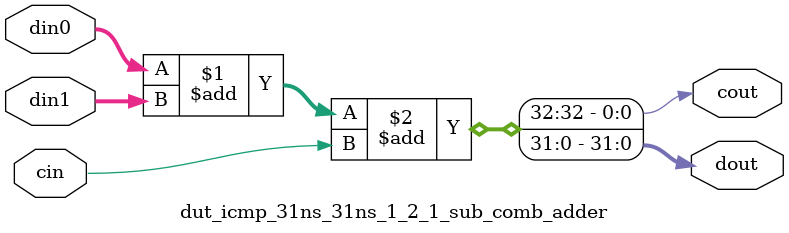
<source format=v>
`timescale 1 ns / 1 ps

module dut_icmp_31ns_31ns_1_2_1_sub(clk, reset, ce, din0, din1, dout);
parameter ID         = 1;              // core ID, unused in RTL
parameter NUM_STAGE  = 2;
parameter din0_WIDTH = 32;   // data bitwidth
parameter din1_WIDTH = 32;   // 
parameter dout_WIDTH = 32;   // output bitwidth

// ---- input/output ports list here ----
input   clk;
input   reset;
input   ce;
input  [din0_WIDTH - 1 : 0] din0;
input  [din1_WIDTH - 1 : 0] din1;

output [dout_WIDTH - 1 : 0] dout;
//   

// wire for the primary inputs
wire [32 - 1 : 0] ain_s0 = din0;
wire [32 - 1 : 0] bin_s0 = ~din1;

// This AddSub module have totally 2 stages. For each stage the adder's width are:
// [16,16]
//  
//   

// Stage 1 logic
wire [16 - 1 : 0]    fas_s1;
wire                 facout_s1;
// 
reg  [16 - 1 : 0]    ain_s1;
reg  [16 - 1 : 0]    bin_s1;
reg  [16 - 1 : 0]    sum_s1;
reg                  carry_s1;
// 
//  
//  
// 
dut_icmp_31ns_31ns_1_2_1_sub_comb_adder #(
    .N    ( 16 )
) u1 (
    .din0    ( ain_s0[16 - 1 : 0] ),
    .din1    ( bin_s0[16 - 1 : 0] ),
    .cin  ( 1'b1 ),
    .dout    ( fas_s1 ),
    .cout ( facout_s1 )
);

// 
always @ (posedge clk) begin
    if (ce) begin
        sum_s1   <= fas_s1;
        carry_s1 <= facout_s1;
    end
end

always @ (posedge clk) begin
    if (ce) begin
        ain_s1 <= ain_s0[32 - 1 : 16];
    end
end

always @ (posedge clk) begin
    if (ce) begin
        bin_s1 <= bin_s0[32 - 1 : 16];
    end
end
//  
//   

// Stage 2 logic
wire [16 - 1 : 0]    fas_s2;
wire                 facout_s2;
// 
// 
dut_icmp_31ns_31ns_1_2_1_sub_comb_adder #(
    .N    ( 16 )
) u2 (
    .din0    ( ain_s1[16 - 1 : 0] ),
    .din1    ( bin_s1[16 - 1 : 0] ),
    .cin  ( carry_s1 ),
    .dout    ( fas_s2 ),
    .cout ( facout_s2 )
);

// 
assign dout = {fas_s2, sum_s1 };
//  
// 
endmodule

// small adder
module dut_icmp_31ns_31ns_1_2_1_sub_comb_adder 
#(parameter
    N = 32
)(
    input  [N-1 : 0]    din0,
    input  [N-1 : 0]    din1,
    input  wire         cin,
    output [N-1 : 0]    dout,
    output wire         cout
);
assign {cout, dout} = din0 + din1 + cin;
endmodule
// 

</source>
